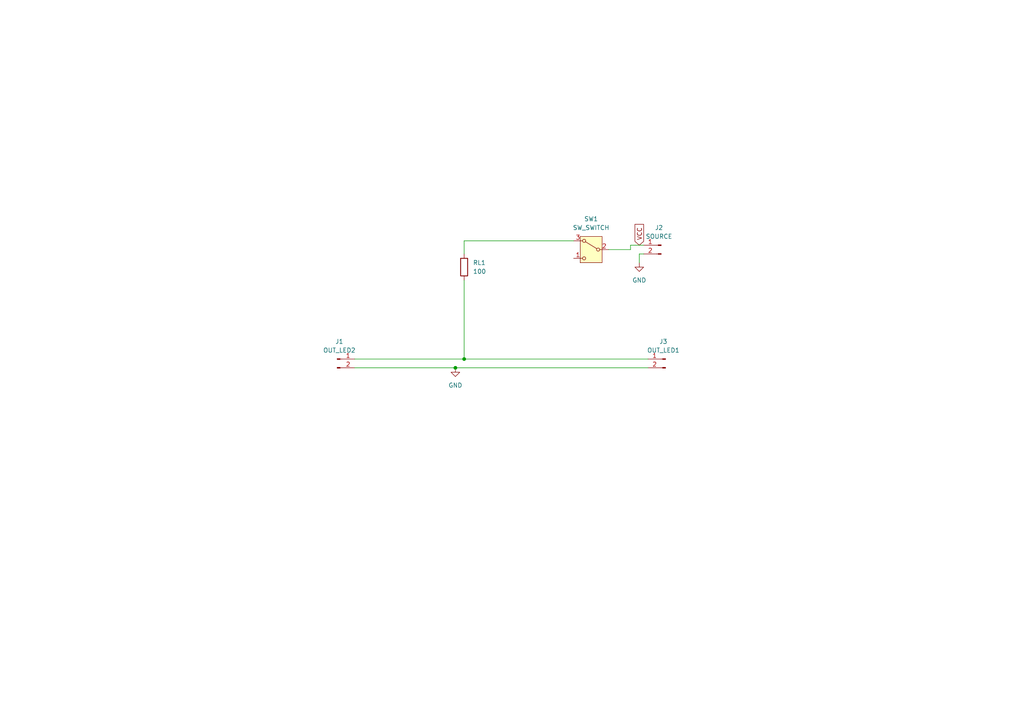
<source format=kicad_sch>
(kicad_sch
	(version 20231120)
	(generator "eeschema")
	(generator_version "8.0")
	(uuid "446663af-4798-4d8c-9d77-1e36e324c2e1")
	(paper "A4")
	(lib_symbols
		(symbol "Connector:Conn_01x02_Pin"
			(pin_names
				(offset 1.016) hide)
			(exclude_from_sim no)
			(in_bom yes)
			(on_board yes)
			(property "Reference" "J"
				(at 0 2.54 0)
				(effects
					(font
						(size 1.27 1.27)
					)
				)
			)
			(property "Value" "Conn_01x02_Pin"
				(at 0 -5.08 0)
				(effects
					(font
						(size 1.27 1.27)
					)
				)
			)
			(property "Footprint" ""
				(at 0 0 0)
				(effects
					(font
						(size 1.27 1.27)
					)
					(hide yes)
				)
			)
			(property "Datasheet" "~"
				(at 0 0 0)
				(effects
					(font
						(size 1.27 1.27)
					)
					(hide yes)
				)
			)
			(property "Description" "Generic connector, single row, 01x02, script generated"
				(at 0 0 0)
				(effects
					(font
						(size 1.27 1.27)
					)
					(hide yes)
				)
			)
			(property "ki_locked" ""
				(at 0 0 0)
				(effects
					(font
						(size 1.27 1.27)
					)
				)
			)
			(property "ki_keywords" "connector"
				(at 0 0 0)
				(effects
					(font
						(size 1.27 1.27)
					)
					(hide yes)
				)
			)
			(property "ki_fp_filters" "Connector*:*_1x??_*"
				(at 0 0 0)
				(effects
					(font
						(size 1.27 1.27)
					)
					(hide yes)
				)
			)
			(symbol "Conn_01x02_Pin_1_1"
				(polyline
					(pts
						(xy 1.27 -2.54) (xy 0.8636 -2.54)
					)
					(stroke
						(width 0.1524)
						(type default)
					)
					(fill
						(type none)
					)
				)
				(polyline
					(pts
						(xy 1.27 0) (xy 0.8636 0)
					)
					(stroke
						(width 0.1524)
						(type default)
					)
					(fill
						(type none)
					)
				)
				(rectangle
					(start 0.8636 -2.413)
					(end 0 -2.667)
					(stroke
						(width 0.1524)
						(type default)
					)
					(fill
						(type outline)
					)
				)
				(rectangle
					(start 0.8636 0.127)
					(end 0 -0.127)
					(stroke
						(width 0.1524)
						(type default)
					)
					(fill
						(type outline)
					)
				)
				(pin passive line
					(at 5.08 0 180)
					(length 3.81)
					(name "Pin_1"
						(effects
							(font
								(size 1.27 1.27)
							)
						)
					)
					(number "1"
						(effects
							(font
								(size 1.27 1.27)
							)
						)
					)
				)
				(pin passive line
					(at 5.08 -2.54 180)
					(length 3.81)
					(name "Pin_2"
						(effects
							(font
								(size 1.27 1.27)
							)
						)
					)
					(number "2"
						(effects
							(font
								(size 1.27 1.27)
							)
						)
					)
				)
			)
		)
		(symbol "Device:R"
			(pin_numbers hide)
			(pin_names
				(offset 0)
			)
			(exclude_from_sim no)
			(in_bom yes)
			(on_board yes)
			(property "Reference" "R"
				(at 2.032 0 90)
				(effects
					(font
						(size 1.27 1.27)
					)
				)
			)
			(property "Value" "R"
				(at 0 0 90)
				(effects
					(font
						(size 1.27 1.27)
					)
				)
			)
			(property "Footprint" ""
				(at -1.778 0 90)
				(effects
					(font
						(size 1.27 1.27)
					)
					(hide yes)
				)
			)
			(property "Datasheet" "~"
				(at 0 0 0)
				(effects
					(font
						(size 1.27 1.27)
					)
					(hide yes)
				)
			)
			(property "Description" "Resistor"
				(at 0 0 0)
				(effects
					(font
						(size 1.27 1.27)
					)
					(hide yes)
				)
			)
			(property "ki_keywords" "R res resistor"
				(at 0 0 0)
				(effects
					(font
						(size 1.27 1.27)
					)
					(hide yes)
				)
			)
			(property "ki_fp_filters" "R_*"
				(at 0 0 0)
				(effects
					(font
						(size 1.27 1.27)
					)
					(hide yes)
				)
			)
			(symbol "R_0_1"
				(rectangle
					(start -1.016 -2.54)
					(end 1.016 2.54)
					(stroke
						(width 0.254)
						(type default)
					)
					(fill
						(type none)
					)
				)
			)
			(symbol "R_1_1"
				(pin passive line
					(at 0 3.81 270)
					(length 1.27)
					(name "~"
						(effects
							(font
								(size 1.27 1.27)
							)
						)
					)
					(number "1"
						(effects
							(font
								(size 1.27 1.27)
							)
						)
					)
				)
				(pin passive line
					(at 0 -3.81 90)
					(length 1.27)
					(name "~"
						(effects
							(font
								(size 1.27 1.27)
							)
						)
					)
					(number "2"
						(effects
							(font
								(size 1.27 1.27)
							)
						)
					)
				)
			)
		)
		(symbol "Switch:SW_SPDT_321"
			(pin_names
				(offset 1) hide)
			(exclude_from_sim no)
			(in_bom yes)
			(on_board yes)
			(property "Reference" "SW"
				(at 0 5.08 0)
				(effects
					(font
						(size 1.27 1.27)
					)
				)
			)
			(property "Value" "SW_SPDT_321"
				(at 0 -5.08 0)
				(effects
					(font
						(size 1.27 1.27)
					)
				)
			)
			(property "Footprint" ""
				(at 0 -10.16 0)
				(effects
					(font
						(size 1.27 1.27)
					)
					(hide yes)
				)
			)
			(property "Datasheet" "~"
				(at 0 -7.62 0)
				(effects
					(font
						(size 1.27 1.27)
					)
					(hide yes)
				)
			)
			(property "Description" "Switch, single pole double throw"
				(at 0 0 0)
				(effects
					(font
						(size 1.27 1.27)
					)
					(hide yes)
				)
			)
			(property "ki_keywords" "switch single-pole double-throw spdt ON-ON"
				(at 0 0 0)
				(effects
					(font
						(size 1.27 1.27)
					)
					(hide yes)
				)
			)
			(symbol "SW_SPDT_321_0_1"
				(circle
					(center -2.032 0)
					(radius 0.4572)
					(stroke
						(width 0)
						(type default)
					)
					(fill
						(type none)
					)
				)
				(polyline
					(pts
						(xy -1.651 0.254) (xy 1.651 2.286)
					)
					(stroke
						(width 0)
						(type default)
					)
					(fill
						(type none)
					)
				)
				(circle
					(center 2.032 -2.54)
					(radius 0.4572)
					(stroke
						(width 0)
						(type default)
					)
					(fill
						(type none)
					)
				)
				(circle
					(center 2.032 2.54)
					(radius 0.4572)
					(stroke
						(width 0)
						(type default)
					)
					(fill
						(type none)
					)
				)
			)
			(symbol "SW_SPDT_321_1_1"
				(rectangle
					(start -3.175 3.81)
					(end 3.175 -3.81)
					(stroke
						(width 0)
						(type default)
					)
					(fill
						(type background)
					)
				)
				(pin passive line
					(at 5.08 -2.54 180)
					(length 2.54)
					(name "C"
						(effects
							(font
								(size 1.27 1.27)
							)
						)
					)
					(number "1"
						(effects
							(font
								(size 1.27 1.27)
							)
						)
					)
				)
				(pin passive line
					(at -5.08 0 0)
					(length 2.54)
					(name "B"
						(effects
							(font
								(size 1.27 1.27)
							)
						)
					)
					(number "2"
						(effects
							(font
								(size 1.27 1.27)
							)
						)
					)
				)
				(pin passive line
					(at 5.08 2.54 180)
					(length 2.54)
					(name "A"
						(effects
							(font
								(size 1.27 1.27)
							)
						)
					)
					(number "3"
						(effects
							(font
								(size 1.27 1.27)
							)
						)
					)
				)
			)
		)
		(symbol "power:GND"
			(power)
			(pin_numbers hide)
			(pin_names
				(offset 0) hide)
			(exclude_from_sim no)
			(in_bom yes)
			(on_board yes)
			(property "Reference" "#PWR"
				(at 0 -6.35 0)
				(effects
					(font
						(size 1.27 1.27)
					)
					(hide yes)
				)
			)
			(property "Value" "GND"
				(at 0 -3.81 0)
				(effects
					(font
						(size 1.27 1.27)
					)
				)
			)
			(property "Footprint" ""
				(at 0 0 0)
				(effects
					(font
						(size 1.27 1.27)
					)
					(hide yes)
				)
			)
			(property "Datasheet" ""
				(at 0 0 0)
				(effects
					(font
						(size 1.27 1.27)
					)
					(hide yes)
				)
			)
			(property "Description" "Power symbol creates a global label with name \"GND\" , ground"
				(at 0 0 0)
				(effects
					(font
						(size 1.27 1.27)
					)
					(hide yes)
				)
			)
			(property "ki_keywords" "global power"
				(at 0 0 0)
				(effects
					(font
						(size 1.27 1.27)
					)
					(hide yes)
				)
			)
			(symbol "GND_0_1"
				(polyline
					(pts
						(xy 0 0) (xy 0 -1.27) (xy 1.27 -1.27) (xy 0 -2.54) (xy -1.27 -1.27) (xy 0 -1.27)
					)
					(stroke
						(width 0)
						(type default)
					)
					(fill
						(type none)
					)
				)
			)
			(symbol "GND_1_1"
				(pin power_in line
					(at 0 0 270)
					(length 0)
					(name "~"
						(effects
							(font
								(size 1.27 1.27)
							)
						)
					)
					(number "1"
						(effects
							(font
								(size 1.27 1.27)
							)
						)
					)
				)
			)
		)
	)
	(junction
		(at 132.08 106.68)
		(diameter 0)
		(color 0 0 0 0)
		(uuid "0de8c67a-8ee2-41e6-8a84-dc72b1720b42")
	)
	(junction
		(at 134.62 104.14)
		(diameter 0)
		(color 0 0 0 0)
		(uuid "58dc9854-6a7d-4b4c-9493-f67ac8631a00")
	)
	(wire
		(pts
			(xy 182.88 72.39) (xy 182.88 71.12)
		)
		(stroke
			(width 0)
			(type default)
		)
		(uuid "29b9cab4-f982-4106-8efe-f22e8fa8e4e9")
	)
	(wire
		(pts
			(xy 102.87 106.68) (xy 132.08 106.68)
		)
		(stroke
			(width 0)
			(type default)
		)
		(uuid "43e5eef3-655d-4327-9116-05d67350d258")
	)
	(wire
		(pts
			(xy 132.08 106.68) (xy 187.96 106.68)
		)
		(stroke
			(width 0)
			(type default)
		)
		(uuid "5e665115-6ed9-4dc4-9b20-df74a023e0bf")
	)
	(wire
		(pts
			(xy 182.88 71.12) (xy 186.69 71.12)
		)
		(stroke
			(width 0)
			(type default)
		)
		(uuid "6182454d-63c7-49f2-a41d-99271044d5a5")
	)
	(wire
		(pts
			(xy 185.42 73.66) (xy 185.42 76.2)
		)
		(stroke
			(width 0)
			(type default)
		)
		(uuid "7a506be4-f2af-42a2-9e5b-777ac73039c7")
	)
	(wire
		(pts
			(xy 134.62 69.85) (xy 134.62 73.66)
		)
		(stroke
			(width 0)
			(type default)
		)
		(uuid "80e02903-3d27-4bf1-bea2-3bdd514c44aa")
	)
	(wire
		(pts
			(xy 186.69 73.66) (xy 185.42 73.66)
		)
		(stroke
			(width 0)
			(type default)
		)
		(uuid "84b762e9-8e7f-454b-b1a1-7dca69101dda")
	)
	(wire
		(pts
			(xy 134.62 81.28) (xy 134.62 104.14)
		)
		(stroke
			(width 0)
			(type default)
		)
		(uuid "89aec23f-4e2a-4502-95ff-dda3b32271b3")
	)
	(wire
		(pts
			(xy 134.62 104.14) (xy 187.96 104.14)
		)
		(stroke
			(width 0)
			(type default)
		)
		(uuid "92ded287-43d6-4ad6-80fa-5e0ed3c44a5a")
	)
	(wire
		(pts
			(xy 102.87 104.14) (xy 134.62 104.14)
		)
		(stroke
			(width 0)
			(type default)
		)
		(uuid "acf0ebbe-5ae8-4f2d-9722-13f836a771ee")
	)
	(wire
		(pts
			(xy 166.37 69.85) (xy 134.62 69.85)
		)
		(stroke
			(width 0)
			(type default)
		)
		(uuid "bf4d8651-c07f-4407-a5c6-9e7b45407bea")
	)
	(wire
		(pts
			(xy 176.53 72.39) (xy 182.88 72.39)
		)
		(stroke
			(width 0)
			(type default)
		)
		(uuid "d2c2e0aa-55bb-4c78-aa3c-b927fc1744f0")
	)
	(global_label "VCC"
		(shape input)
		(at 185.42 71.12 90)
		(fields_autoplaced yes)
		(effects
			(font
				(size 1.27 1.27)
			)
			(justify left)
		)
		(uuid "d9392499-77b6-45b2-96c4-9fa60b7d4052")
		(property "Intersheetrefs" "${INTERSHEET_REFS}"
			(at 185.42 64.5062 90)
			(effects
				(font
					(size 1.27 1.27)
				)
				(justify left)
				(hide yes)
			)
		)
	)
	(symbol
		(lib_id "Connector:Conn_01x02_Pin")
		(at 193.04 104.14 0)
		(mirror y)
		(unit 1)
		(exclude_from_sim no)
		(in_bom yes)
		(on_board yes)
		(dnp no)
		(uuid "213b7eeb-f815-4a61-82cb-a385d5a61087")
		(property "Reference" "J3"
			(at 192.405 99.06 0)
			(effects
				(font
					(size 1.27 1.27)
				)
			)
		)
		(property "Value" "OUT_LED1"
			(at 192.405 101.6 0)
			(effects
				(font
					(size 1.27 1.27)
				)
			)
		)
		(property "Footprint" "TerminalBlock_MetzConnect:TerminalBlock_MetzConnect_Type094_RT03502HBLU_1x02_P5.00mm_Horizontal"
			(at 193.04 104.14 0)
			(effects
				(font
					(size 1.27 1.27)
				)
				(hide yes)
			)
		)
		(property "Datasheet" "~"
			(at 193.04 104.14 0)
			(effects
				(font
					(size 1.27 1.27)
				)
				(hide yes)
			)
		)
		(property "Description" "Generic connector, single row, 01x02, script generated"
			(at 193.04 104.14 0)
			(effects
				(font
					(size 1.27 1.27)
				)
				(hide yes)
			)
		)
		(pin "1"
			(uuid "67312dcd-b33b-40c3-a3ce-615ea793ca3b")
		)
		(pin "2"
			(uuid "5b1ec094-b2df-4a9f-9c17-0d63a18fe1d0")
		)
		(instances
			(project "timmer-555"
				(path "/446663af-4798-4d8c-9d77-1e36e324c2e1"
					(reference "J3")
					(unit 1)
				)
			)
		)
	)
	(symbol
		(lib_id "Switch:SW_SPDT_321")
		(at 171.45 72.39 0)
		(mirror y)
		(unit 1)
		(exclude_from_sim no)
		(in_bom yes)
		(on_board yes)
		(dnp no)
		(uuid "2956bf84-4e62-4953-8555-01e1e589a778")
		(property "Reference" "SW1"
			(at 171.45 63.5 0)
			(effects
				(font
					(size 1.27 1.27)
				)
			)
		)
		(property "Value" "SW_SWITCH"
			(at 171.45 66.04 0)
			(effects
				(font
					(size 1.27 1.27)
				)
			)
		)
		(property "Footprint" "TerminalBlock:TerminalBlock_bornier-3_P5.08mm"
			(at 171.45 82.55 0)
			(effects
				(font
					(size 1.27 1.27)
				)
				(hide yes)
			)
		)
		(property "Datasheet" "~"
			(at 171.45 80.01 0)
			(effects
				(font
					(size 1.27 1.27)
				)
				(hide yes)
			)
		)
		(property "Description" "Switch, single pole double throw"
			(at 171.45 72.39 0)
			(effects
				(font
					(size 1.27 1.27)
				)
				(hide yes)
			)
		)
		(pin "2"
			(uuid "645c1bef-8437-4d4a-90d9-081b5f9cfbdf")
		)
		(pin "1"
			(uuid "0d21f3ba-e774-43a9-8985-207b9bd65207")
		)
		(pin "3"
			(uuid "4d661853-2c1a-47ae-9826-f3d5f48f919d")
		)
		(instances
			(project ""
				(path "/446663af-4798-4d8c-9d77-1e36e324c2e1"
					(reference "SW1")
					(unit 1)
				)
			)
		)
	)
	(symbol
		(lib_id "Device:R")
		(at 134.62 77.47 0)
		(unit 1)
		(exclude_from_sim no)
		(in_bom yes)
		(on_board yes)
		(dnp no)
		(fields_autoplaced yes)
		(uuid "3f6e6b48-ee3a-4e16-b8d3-41f9205a9e0e")
		(property "Reference" "RL1"
			(at 137.16 76.1999 0)
			(effects
				(font
					(size 1.27 1.27)
				)
				(justify left)
			)
		)
		(property "Value" "100"
			(at 137.16 78.7399 0)
			(effects
				(font
					(size 1.27 1.27)
				)
				(justify left)
			)
		)
		(property "Footprint" "Resistor_THT:R_Axial_DIN0207_L6.3mm_D2.5mm_P7.62mm_Horizontal"
			(at 132.842 77.47 90)
			(effects
				(font
					(size 1.27 1.27)
				)
				(hide yes)
			)
		)
		(property "Datasheet" "~"
			(at 134.62 77.47 0)
			(effects
				(font
					(size 1.27 1.27)
				)
				(hide yes)
			)
		)
		(property "Description" "Resistor"
			(at 134.62 77.47 0)
			(effects
				(font
					(size 1.27 1.27)
				)
				(hide yes)
			)
		)
		(pin "2"
			(uuid "cb21fd1e-0997-482d-8331-390737e11b06")
		)
		(pin "1"
			(uuid "4a6ee316-f0bf-4a7d-ba89-19663131da39")
		)
		(instances
			(project "timmer-555"
				(path "/446663af-4798-4d8c-9d77-1e36e324c2e1"
					(reference "RL1")
					(unit 1)
				)
			)
		)
	)
	(symbol
		(lib_id "Connector:Conn_01x02_Pin")
		(at 97.79 104.14 0)
		(unit 1)
		(exclude_from_sim no)
		(in_bom yes)
		(on_board yes)
		(dnp no)
		(fields_autoplaced yes)
		(uuid "6c21c51a-8f44-4789-aad2-753a82bfa218")
		(property "Reference" "J1"
			(at 98.425 99.06 0)
			(effects
				(font
					(size 1.27 1.27)
				)
			)
		)
		(property "Value" "OUT_LED2"
			(at 98.425 101.6 0)
			(effects
				(font
					(size 1.27 1.27)
				)
			)
		)
		(property "Footprint" "TerminalBlock_MetzConnect:TerminalBlock_MetzConnect_Type094_RT03502HBLU_1x02_P5.00mm_Horizontal"
			(at 97.79 104.14 0)
			(effects
				(font
					(size 1.27 1.27)
				)
				(hide yes)
			)
		)
		(property "Datasheet" "~"
			(at 97.79 104.14 0)
			(effects
				(font
					(size 1.27 1.27)
				)
				(hide yes)
			)
		)
		(property "Description" "Generic connector, single row, 01x02, script generated"
			(at 97.79 104.14 0)
			(effects
				(font
					(size 1.27 1.27)
				)
				(hide yes)
			)
		)
		(pin "1"
			(uuid "73dcb8e6-7662-4a3a-8cff-dd3edad30746")
		)
		(pin "2"
			(uuid "20da93ef-9721-4480-81a2-bef2101cf0a6")
		)
		(instances
			(project ""
				(path "/446663af-4798-4d8c-9d77-1e36e324c2e1"
					(reference "J1")
					(unit 1)
				)
			)
		)
	)
	(symbol
		(lib_id "power:GND")
		(at 185.42 76.2 0)
		(unit 1)
		(exclude_from_sim no)
		(in_bom yes)
		(on_board yes)
		(dnp no)
		(fields_autoplaced yes)
		(uuid "7c887ab1-ba7e-4219-ad46-91be9f6e3c13")
		(property "Reference" "#PWR02"
			(at 185.42 82.55 0)
			(effects
				(font
					(size 1.27 1.27)
				)
				(hide yes)
			)
		)
		(property "Value" "GND"
			(at 185.42 81.28 0)
			(effects
				(font
					(size 1.27 1.27)
				)
			)
		)
		(property "Footprint" ""
			(at 185.42 76.2 0)
			(effects
				(font
					(size 1.27 1.27)
				)
				(hide yes)
			)
		)
		(property "Datasheet" ""
			(at 185.42 76.2 0)
			(effects
				(font
					(size 1.27 1.27)
				)
				(hide yes)
			)
		)
		(property "Description" "Power symbol creates a global label with name \"GND\" , ground"
			(at 185.42 76.2 0)
			(effects
				(font
					(size 1.27 1.27)
				)
				(hide yes)
			)
		)
		(pin "1"
			(uuid "a30560b7-894b-4563-8b8f-b8fef8086778")
		)
		(instances
			(project "timmer-555"
				(path "/446663af-4798-4d8c-9d77-1e36e324c2e1"
					(reference "#PWR02")
					(unit 1)
				)
			)
		)
	)
	(symbol
		(lib_id "power:GND")
		(at 132.08 106.68 0)
		(unit 1)
		(exclude_from_sim no)
		(in_bom yes)
		(on_board yes)
		(dnp no)
		(fields_autoplaced yes)
		(uuid "84c14336-b4f8-4b50-a6c0-d0f5367eb796")
		(property "Reference" "#PWR01"
			(at 132.08 113.03 0)
			(effects
				(font
					(size 1.27 1.27)
				)
				(hide yes)
			)
		)
		(property "Value" "GND"
			(at 132.08 111.76 0)
			(effects
				(font
					(size 1.27 1.27)
				)
			)
		)
		(property "Footprint" ""
			(at 132.08 106.68 0)
			(effects
				(font
					(size 1.27 1.27)
				)
				(hide yes)
			)
		)
		(property "Datasheet" ""
			(at 132.08 106.68 0)
			(effects
				(font
					(size 1.27 1.27)
				)
				(hide yes)
			)
		)
		(property "Description" "Power symbol creates a global label with name \"GND\" , ground"
			(at 132.08 106.68 0)
			(effects
				(font
					(size 1.27 1.27)
				)
				(hide yes)
			)
		)
		(pin "1"
			(uuid "1b87c4fe-3518-4aea-b3f1-4e0a67889850")
		)
		(instances
			(project ""
				(path "/446663af-4798-4d8c-9d77-1e36e324c2e1"
					(reference "#PWR01")
					(unit 1)
				)
			)
		)
	)
	(symbol
		(lib_id "Connector:Conn_01x02_Pin")
		(at 191.77 71.12 0)
		(mirror y)
		(unit 1)
		(exclude_from_sim no)
		(in_bom yes)
		(on_board yes)
		(dnp no)
		(uuid "f7318ca2-71d9-4a3a-9f79-233039ab3693")
		(property "Reference" "J2"
			(at 191.135 66.04 0)
			(effects
				(font
					(size 1.27 1.27)
				)
			)
		)
		(property "Value" "SOURCE"
			(at 191.135 68.58 0)
			(effects
				(font
					(size 1.27 1.27)
				)
			)
		)
		(property "Footprint" "TerminalBlock_MetzConnect:TerminalBlock_MetzConnect_Type094_RT03502HBLU_1x02_P5.00mm_Horizontal"
			(at 191.77 71.12 0)
			(effects
				(font
					(size 1.27 1.27)
				)
				(hide yes)
			)
		)
		(property "Datasheet" "~"
			(at 191.77 71.12 0)
			(effects
				(font
					(size 1.27 1.27)
				)
				(hide yes)
			)
		)
		(property "Description" "Generic connector, single row, 01x02, script generated"
			(at 191.77 71.12 0)
			(effects
				(font
					(size 1.27 1.27)
				)
				(hide yes)
			)
		)
		(pin "1"
			(uuid "b03c2f9a-ff34-4d10-89d5-222252f58495")
		)
		(pin "2"
			(uuid "1784bfd2-d8cb-4819-bace-957a3013a77c")
		)
		(instances
			(project "timmer-555"
				(path "/446663af-4798-4d8c-9d77-1e36e324c2e1"
					(reference "J2")
					(unit 1)
				)
			)
		)
	)
	(sheet_instances
		(path "/"
			(page "1")
		)
	)
)

</source>
